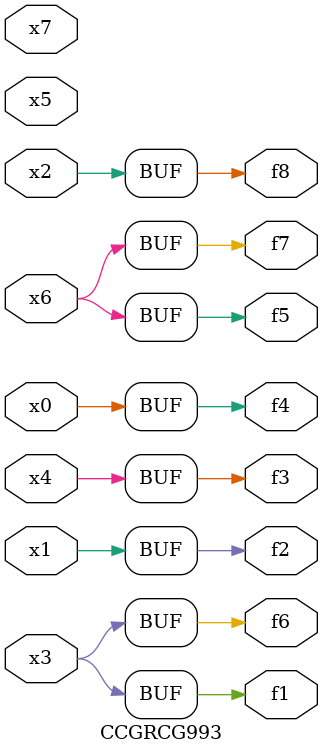
<source format=v>
module CCGRCG993(
	input x0, x1, x2, x3, x4, x5, x6, x7,
	output f1, f2, f3, f4, f5, f6, f7, f8
);
	assign f1 = x3;
	assign f2 = x1;
	assign f3 = x4;
	assign f4 = x0;
	assign f5 = x6;
	assign f6 = x3;
	assign f7 = x6;
	assign f8 = x2;
endmodule

</source>
